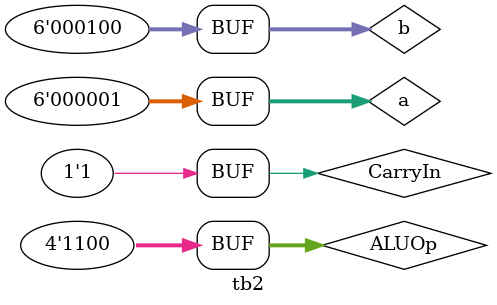
<source format=v>
module tb2
(

);
	
	reg [5:0] a, b;
	reg CarryIn;
	reg [3:0] ALUOp;
	wire [5:0] Result;
	wire CarryOut;
	
	top alu2
	(
		.a(a),
		.b(b),
		.CarryIn(CarryIn),
		.ALUOp(ALUOp),
		.Result(Result),
		.CarryOut(CarryOut)
	);

	
	initial
	begin
		a=5'd1;
		b=5'd4;
		CarryIn=1;
		ALUOp=4'b0000;
		#10 ALUOp=4'b0001;
		#20 ALUOp=4'b0010;
		#30 ALUOp=4'b0110;
		#40 ALUOp=4'b1100;
	end
		
endmodule
</source>
